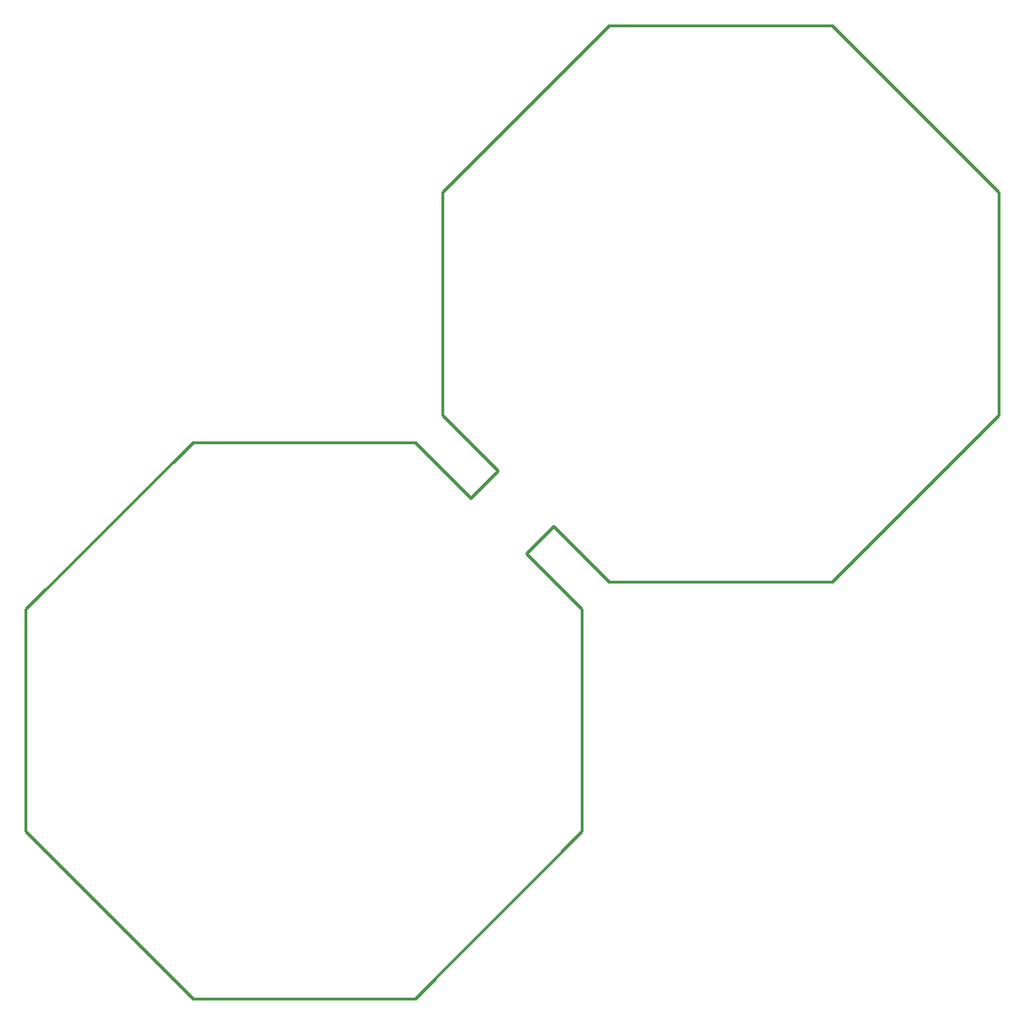
<source format=gko>
G04 Layer_Color=16711935*
%FSLAX44Y44*%
%MOMM*%
G71*
G01*
G75*
%ADD49C,0.2540*%
D49*
X118750Y31250D02*
X150000Y0D01*
Y-0D02*
X350000D01*
X500000Y150000D02*
Y350000D01*
X0Y350000D02*
X150000Y500000D01*
X150000D02*
X350000D01*
X525000Y375000D02*
X725000D01*
X375000Y525000D02*
Y725000D01*
X875000Y525000D02*
Y725000D01*
X525000Y875000D02*
X725000D01*
X725000Y375000D02*
X875000Y525000D01*
X375000Y725000D02*
X525000Y875000D01*
X725000D02*
X875000Y725000D01*
X0Y150000D02*
Y350000D01*
Y150000D02*
X118750Y31250D01*
X350000Y0D02*
X500000Y150000D01*
X500000Y350000D02*
X500000D01*
X525000Y375000D02*
Y375000D01*
X375000Y525000D02*
Y525000D01*
Y525000D02*
X425000Y475000D01*
X400000Y450000D02*
X425000Y475000D01*
X350000Y500000D02*
X400000Y450000D01*
X450000Y400000D02*
X475000Y425000D01*
X450000Y400000D02*
X500000Y350000D01*
X525000Y375000D02*
X525000D01*
X475000Y425000D02*
X525000Y375000D01*
M02*

</source>
